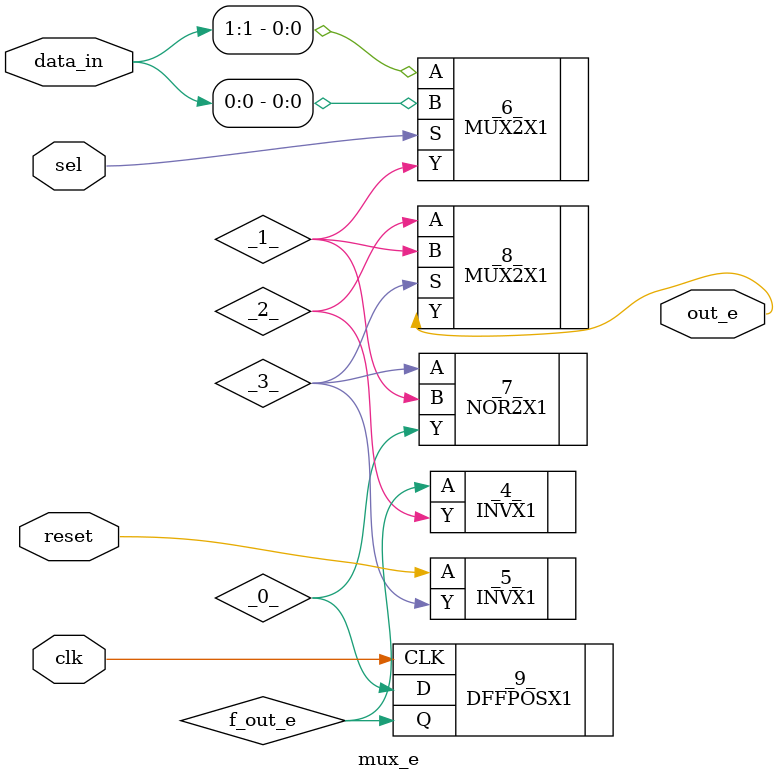
<source format=v>
/* Generated by Yosys 0.8 (git sha1 5706e90) */

(* top =  1  *)
(* src = "mux_e.v:5" *)
module mux_e(out_e, sel, data_in, reset, clk);
  (* src = "mux_e.v:25" *)
  wire _0_;
  wire _1_;
  wire _2_;
  wire _3_;
  (* src = "mux_e.v:10" *)
  input clk;
  (* src = "mux_e.v:8" *)
  input [1:0] data_in;
  (* src = "mux_e.v:13" *)
  wire f_out_e;
  (* src = "mux_e.v:6" *)
  output out_e;
  (* src = "mux_e.v:9" *)
  input reset;
  (* src = "mux_e.v:7" *)
  input sel;
  INVX1 _4_ (
    .A(f_out_e),
    .Y(_2_)
  );
  INVX1 _5_ (
    .A(reset),
    .Y(_3_)
  );
  MUX2X1 _6_ (
    .A(data_in[1]),
    .B(data_in[0]),
    .S(sel),
    .Y(_1_)
  );
  NOR2X1 _7_ (
    .A(_3_),
    .B(_1_),
    .Y(_0_)
  );
  MUX2X1 _8_ (
    .A(_2_),
    .B(_1_),
    .S(_3_),
    .Y(out_e)
  );
  (* src = "mux_e.v:25" *)
  DFFPOSX1 _9_ (
    .CLK(clk),
    .D(_0_),
    .Q(f_out_e)
  );
endmodule

</source>
